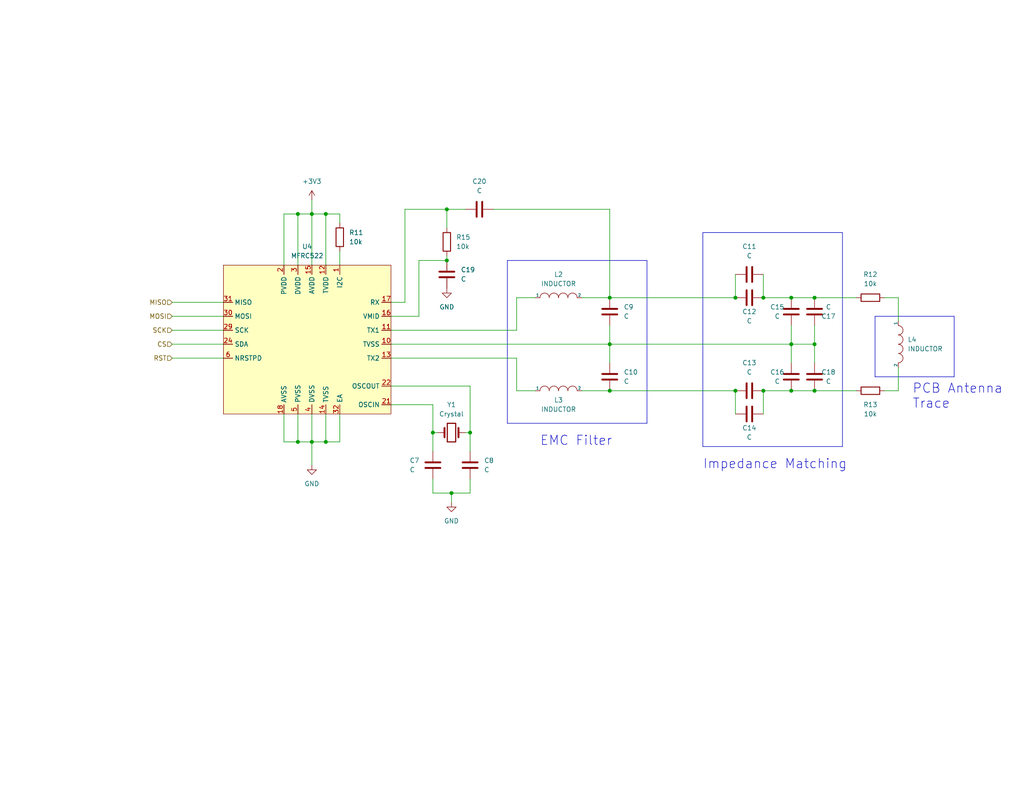
<source format=kicad_sch>
(kicad_sch (version 20220126) (generator eeschema)
  (paper "A")
  (lib_symbols
    (symbol "Device:C" (pin_numbers hide) (pin_names (offset 0.254))
      (property "Reference" "C" (at 0.635 2.54 0))
      (property "Value" "C" (at 0.635 -2.54 0))
      (symbol "C_0_1"
        (polyline (pts (xy -2.032 -0.762) (xy 2.032 -0.762)) (stroke (width 0.508)))
        (polyline (pts (xy -2.032 0.762) (xy 2.032 0.762)) (stroke (width 0.508)))
      )
      (symbol "C_1_1"
        (pin passive line (at 0 3.81 270) (length 2.794) (name "~") (number "1"))
        (pin passive line (at 0 -3.81 90) (length 2.794) (name "~") (number "2"))
      )
    )
    (symbol "Device:Crystal" (pin_numbers hide) (pin_names (offset 1.016) hide)
      (property "Reference" "Y" (at 0 3.81 0))
      (property "Value" "Crystal" (at 0 -3.81 0))
      (symbol "Crystal_0_1"
        (rectangle (start -1.143 2.54) (end 1.143 -2.54) (stroke (width 0.3048)))
        (polyline (pts (xy -2.54 0) (xy -1.905 0)))
        (polyline (pts (xy -1.905 -1.27) (xy -1.905 1.27)) (stroke (width 0.508)))
        (polyline (pts (xy 1.905 -1.27) (xy 1.905 1.27)) (stroke (width 0.508)))
        (polyline (pts (xy 2.54 0) (xy 1.905 0)))
      )
      (symbol "Crystal_1_1"
        (pin passive line (at -3.81 0 0) (length 1.27) (name "1") (number "1"))
        (pin passive line (at 3.81 0 180) (length 1.27) (name "2") (number "2"))
      )
    )
    (symbol "Device:R" (pin_numbers hide) (pin_names (offset 0))
      (property "Reference" "R" (at 2.032 0 90))
      (property "Value" "R" (at 0 0 90))
      (symbol "R_0_1"
        (rectangle (start -1.016 -2.54) (end 1.016 2.54) (stroke (width 0.254)))
      )
      (symbol "R_1_1"
        (pin passive line (at 0 3.81 270) (length 1.27) (name "~") (number "1"))
        (pin passive line (at 0 -3.81 90) (length 1.27) (name "~") (number "2"))
      )
    )
    (symbol "capstone:MFRC522"
      (property "Reference" "U" (at 0 0 0))
      (property "Value" "MFRC522" (at 0 2.54 0))
      (symbol "MFRC522_0_1"
        (rectangle (start -24.13 19.05) (end 21.59 -21.59) (stroke (width 0.1524)) (fill (type background)))
      )
      (symbol "MFRC522_1_1"
        (pin input line (at 7.62 19.05 270) (length 2.54) (name "I2C") (number "1"))
        (pin passive line (at 21.59 -2.54 180) (length 2.54) (name "TVSS") (number "10"))
        (pin passive line (at 21.59 1.27 180) (length 2.54) (name "TX1") (number "11"))
        (pin input line (at 3.81 19.05 270) (length 2.54) (name "TVDD") (number "12"))
        (pin passive line (at 21.59 -6.35 180) (length 2.54) (name "TX2") (number "13"))
        (pin input line (at 3.81 -21.59 90) (length 2.54) (name "TVSS") (number "14"))
        (pin input line (at 0 19.05 270) (length 2.54) (name "AVDD") (number "15"))
        (pin passive line (at 21.59 5.08 180) (length 2.54) (name "VMID") (number "16"))
        (pin passive line (at 21.59 8.89 180) (length 2.54) (name "RX") (number "17"))
        (pin input line (at -7.62 -21.59 90) (length 2.54) (name "AVSS") (number "18"))
        (pin input line (at -7.62 19.05 270) (length 2.54) (name "PVDD") (number "2"))
        (pin input line (at 21.59 -19.05 180) (length 2.54) (name "OSCIN") (number "21"))
        (pin input line (at 21.59 -13.97 180) (length 2.54) (name "OSCOUT") (number "22"))
        (pin input line (at -24.13 -2.54 0) (length 2.54) (name "SDA") (number "24"))
        (pin input line (at -24.13 1.27 0) (length 2.54) (name "SCK") (number "29"))
        (pin input line (at -3.81 19.05 270) (length 2.54) (name "DVDD") (number "3"))
        (pin input line (at -24.13 5.08 0) (length 2.54) (name "MOSI") (number "30"))
        (pin output line (at -24.13 8.89 0) (length 2.54) (name "MISO") (number "31"))
        (pin input line (at 7.62 -21.59 90) (length 2.54) (name "EA") (number "32"))
        (pin input line (at 0 -21.59 90) (length 2.54) (name "DVSS") (number "4"))
        (pin input line (at -3.81 -21.59 90) (length 2.54) (name "PVSS") (number "5"))
        (pin input line (at -24.13 -6.35 0) (length 2.54) (name "NRSTPD") (number "6"))
      )
    )
    (symbol "power:+3.3V" (power) (pin_names (offset 0))
      (property "Value" "+3.3V" (at 0 3.556 0))
      (symbol "+3.3V_0_1"
        (polyline (pts (xy -0.762 1.27) (xy 0 2.54)))
        (polyline (pts (xy 0 0) (xy 0 2.54)))
        (polyline (pts (xy 0 2.54) (xy 0.762 1.27)))
      )
      (symbol "+3.3V_1_1"
        (pin power_in line (at 0 0 90) (length 0) hide (name "+3V3") (number "1"))
      )
    )
    (symbol "power:GND" (power) (pin_names (offset 0))
      (property "Value" "GND" (at 0 -3.81 0))
      (symbol "GND_0_1"
        (polyline (pts (xy 0 0) (xy 0 -1.27) (xy 1.27 -1.27) (xy 0 -2.54) (xy -1.27 -1.27) (xy 0 -1.27)))
      )
      (symbol "GND_1_1"
        (pin power_in line (at 0 0 270) (length 0) hide (name "GND") (number "1"))
      )
    )
    (symbol "pspice:INDUCTOR" (pin_numbers hide) (pin_names (offset 0))
      (property "Reference" "L" (at 0 2.54 0))
      (property "Value" "INDUCTOR" (at 0 -1.27 0))
      (symbol "INDUCTOR_0_1"
        (arc (start -2.54 0) (mid -3.81 1.27) (end -5.08 0))
        (arc (start 0 0) (mid -1.27 1.27) (end -2.54 0))
        (arc (start 2.54 0) (mid 1.27 1.27) (end 0 0))
        (arc (start 5.08 0) (mid 3.81 1.27) (end 2.54 0))
      )
      (symbol "INDUCTOR_1_1"
        (pin input line (at -6.35 0 0) (length 1.27) (name "1") (number "1"))
        (pin input line (at 6.35 0 180) (length 1.27) (name "2") (number "2"))
      )
    )
  )
  (junction (at 200.66 81.28))
  (junction (at 222.25 106.68))
  (junction (at 85.09 120.65))
  (junction (at 81.28 58.42))
  (junction (at 215.9 93.98))
  (junction (at 118.11 118.11))
  (junction (at 88.9 120.65))
  (junction (at 215.9 81.28))
  (junction (at 88.9 58.42))
  (junction (at 128.27 118.11))
  (junction (at 208.28 81.28))
  (junction (at 166.37 81.28))
  (junction (at 166.37 106.68))
  (junction (at 121.92 71.12))
  (junction (at 123.19 134.62))
  (junction (at 222.25 81.28))
  (junction (at 166.37 93.98))
  (junction (at 215.9 106.68))
  (junction (at 208.28 106.68))
  (junction (at 200.66 106.68))
  (junction (at 81.28 120.65))
  (junction (at 222.25 93.98))
  (junction (at 85.09 58.42))
  (junction (at 121.92 57.15))
  (wire (pts (xy 118.11 130.81) (xy 118.11 134.62)))
  (wire (pts (xy 123.19 134.62) (xy 118.11 134.62)))
  (wire (pts (xy 128.27 130.81) (xy 128.27 134.62)))
  (wire (pts (xy 128.27 134.62) (xy 123.19 134.62)))
  (wire (pts (xy 81.28 58.42) (xy 85.09 58.42)))
  (wire (pts (xy 81.28 72.39) (xy 81.28 58.42)))
  (wire (pts (xy 215.9 81.28) (xy 222.25 81.28)))
  (wire (pts (xy 241.3 81.28) (xy 245.11 81.28)))
  (wire (pts (xy 245.11 87.63) (xy 245.11 81.28)))
  (wire (pts (xy 166.37 88.9) (xy 166.37 93.98)))
  (wire (pts (xy 77.47 113.03) (xy 77.47 120.65)))
  (wire (pts (xy 77.47 120.65) (xy 81.28 120.65)))
  (wire (pts (xy 81.28 120.65) (xy 85.09 120.65)))
  (wire (pts (xy 114.3 71.12) (xy 121.92 71.12)))
  (wire (pts (xy 134.62 57.15) (xy 166.37 57.15)))
  (wire (pts (xy 166.37 57.15) (xy 166.37 81.28)))
  (wire (pts (xy 158.75 106.68) (xy 166.37 106.68)))
  (wire (pts (xy 46.99 97.79) (xy 60.96 97.79)))
  (wire (pts (xy 215.9 93.98) (xy 215.9 99.06)))
  (wire (pts (xy 81.28 113.03) (xy 81.28 120.65)))
  (polyline (pts (xy 191.77 63.5) (xy 191.77 121.92)))
  (polyline (pts (xy 191.77 63.5) (xy 229.87 63.5)))
  (polyline (pts (xy 229.87 63.5) (xy 229.87 121.92)))
  (polyline (pts (xy 229.87 121.92) (xy 191.77 121.92)))
  (wire (pts (xy 106.68 110.49) (xy 118.11 110.49)))
  (wire (pts (xy 118.11 118.11) (xy 118.11 110.49)))
  (wire (pts (xy 123.19 134.62) (xy 123.19 137.16)))
  (wire (pts (xy 46.99 86.36) (xy 60.96 86.36)))
  (wire (pts (xy 121.92 69.85) (xy 121.92 71.12)))
  (wire (pts (xy 166.37 93.98) (xy 166.37 99.06)))
  (wire (pts (xy 88.9 113.03) (xy 88.9 120.65)))
  (wire (pts (xy 88.9 120.65) (xy 85.09 120.65)))
  (wire (pts (xy 106.68 82.55) (xy 110.49 82.55)))
  (wire (pts (xy 110.49 57.15) (xy 121.92 57.15)))
  (wire (pts (xy 110.49 82.55) (xy 110.49 57.15)))
  (wire (pts (xy 158.75 81.28) (xy 166.37 81.28)))
  (wire (pts (xy 46.99 82.55) (xy 60.96 82.55)))
  (wire (pts (xy 208.28 74.93) (xy 208.28 81.28)))
  (wire (pts (xy 46.99 90.17) (xy 60.96 90.17)))
  (wire (pts (xy 88.9 58.42) (xy 88.9 72.39)))
  (wire (pts (xy 85.09 113.03) (xy 85.09 120.65)))
  (wire (pts (xy 85.09 120.65) (xy 85.09 127)))
  (wire (pts (xy 92.71 68.58) (xy 92.71 72.39)))
  (wire (pts (xy 85.09 58.42) (xy 88.9 58.42)))
  (wire (pts (xy 88.9 58.42) (xy 92.71 58.42)))
  (wire (pts (xy 92.71 60.96) (xy 92.71 58.42)))
  (wire (pts (xy 166.37 106.68) (xy 200.66 106.68)))
  (wire (pts (xy 106.68 105.41) (xy 128.27 105.41)))
  (wire (pts (xy 128.27 118.11) (xy 128.27 105.41)))
  (wire (pts (xy 215.9 106.68) (xy 222.25 106.68)))
  (wire (pts (xy 200.66 106.68) (xy 200.66 113.03)))
  (wire (pts (xy 121.92 57.15) (xy 121.92 62.23)))
  (wire (pts (xy 106.68 93.98) (xy 166.37 93.98)))
  (wire (pts (xy 166.37 93.98) (xy 215.9 93.98)))
  (wire (pts (xy 215.9 93.98) (xy 222.25 93.98)))
  (wire (pts (xy 222.25 88.9) (xy 222.25 93.98)))
  (wire (pts (xy 208.28 106.68) (xy 215.9 106.68)))
  (wire (pts (xy 200.66 74.93) (xy 200.66 81.28)))
  (wire (pts (xy 121.92 57.15) (xy 127 57.15)))
  (polyline (pts (xy 138.43 71.12) (xy 138.43 115.57)))
  (polyline (pts (xy 138.43 71.12) (xy 176.53 71.12)))
  (polyline (pts (xy 176.53 71.12) (xy 176.53 115.57)))
  (polyline (pts (xy 176.53 115.57) (xy 138.43 115.57)))
  (wire (pts (xy 77.47 58.42) (xy 81.28 58.42)))
  (wire (pts (xy 77.47 72.39) (xy 77.47 58.42)))
  (wire (pts (xy 208.28 81.28) (xy 215.9 81.28)))
  (polyline (pts (xy 238.76 86.36) (xy 238.76 102.87)))
  (polyline (pts (xy 238.76 86.36) (xy 260.35 86.36)))
  (polyline (pts (xy 260.35 86.36) (xy 260.35 102.87)))
  (polyline (pts (xy 260.35 102.87) (xy 238.76 102.87)))
  (wire (pts (xy 127 118.11) (xy 128.27 118.11)))
  (wire (pts (xy 128.27 118.11) (xy 128.27 123.19)))
  (wire (pts (xy 222.25 81.28) (xy 233.68 81.28)))
  (wire (pts (xy 222.25 106.68) (xy 233.68 106.68)))
  (wire (pts (xy 106.68 97.79) (xy 140.97 97.79)))
  (wire (pts (xy 140.97 97.79) (xy 140.97 106.68)))
  (wire (pts (xy 140.97 106.68) (xy 146.05 106.68)))
  (wire (pts (xy 106.68 86.36) (xy 114.3 86.36)))
  (wire (pts (xy 114.3 86.36) (xy 114.3 71.12)))
  (wire (pts (xy 215.9 88.9) (xy 215.9 93.98)))
  (wire (pts (xy 118.11 118.11) (xy 119.38 118.11)))
  (wire (pts (xy 118.11 123.19) (xy 118.11 118.11)))
  (wire (pts (xy 85.09 54.61) (xy 85.09 58.42)))
  (wire (pts (xy 85.09 58.42) (xy 85.09 72.39)))
  (wire (pts (xy 241.3 106.68) (xy 245.11 106.68)))
  (wire (pts (xy 245.11 100.33) (xy 245.11 106.68)))
  (wire (pts (xy 166.37 81.28) (xy 200.66 81.28)))
  (wire (pts (xy 46.99 93.98) (xy 60.96 93.98)))
  (wire (pts (xy 106.68 90.17) (xy 140.97 90.17)))
  (wire (pts (xy 140.97 81.28) (xy 140.97 90.17)))
  (wire (pts (xy 146.05 81.28) (xy 140.97 81.28)))
  (wire (pts (xy 222.25 93.98) (xy 222.25 99.06)))
  (wire (pts (xy 208.28 106.68) (xy 208.28 113.03)))
  (wire (pts (xy 92.71 113.03) (xy 92.71 120.65)))
  (wire (pts (xy 92.71 120.65) (xy 88.9 120.65)))
  (text "Impedance Matching" (at 191.77 128.27 0) (effects (font (size 2.54 2.54)) (justify left bottom)))
  (text "EMC Filter" (at 147.32 121.92 0) (effects (font (size 2.54 2.54)) (justify left bottom)))
  (text "PCB Antenna\nTrace" (at 248.92 111.76 0) (effects (font (size 2.54 2.54)) (justify left bottom)))
  (hierarchical_label "SCK" (shape input) (at 46.99 90.17 180))
  (hierarchical_label "MISO" (shape input) (at 46.99 82.55 180))
  (hierarchical_label "CS" (shape input) (at 46.99 93.98 180))
  (hierarchical_label "RST" (shape input) (at 46.99 97.79 180))
  (hierarchical_label "MOSI" (shape input) (at 46.99 86.36 180))
  (symbol (lib_id "Device:C") (at 166.37 102.87 0) (unit 1)
    (property "Reference" "C10" (at 170.18 101.5999 0) (effects (justify left)))
    (property "Value" "C" (at 170.18 104.1399 0) (effects (justify left)))
    (property "Footprint" "Capacitor_SMD:C_0603_1608Metric_Pad1.08x0.95mm_HandSolder" (effects hide))
  )
  (symbol (lib_id "pspice:INDUCTOR") (at 245.11 93.98 270) (unit 1) (on_board no)
    (property "Reference" "L4" (at 247.65 92.7099 90) (effects (justify left)))
    (property "Value" "INDUCTOR" (at 247.65 95.2499 90) (effects (justify left)))
    (property "Footprint" "Inductor_SMD:L_0603_1608Metric_Pad1.05x0.95mm_HandSolder" (effects hide))
  )
  (symbol (lib_id "power:GND") (at 123.19 137.16 0) (unit 1)
    (property "Reference" "#PWR014" (effects hide))
    (property "Value" "GND" (at 123.19 142.24 0))
  )
  (symbol (lib_id "pspice:INDUCTOR") (at 152.4 81.28 0) (unit 1)
    (property "Reference" "L2" (at 152.4 74.93 0))
    (property "Value" "INDUCTOR" (at 152.4 77.47 0))
    (property "Footprint" "Inductor_SMD:L_0603_1608Metric_Pad1.05x0.95mm_HandSolder" (effects hide))
  )
  (symbol (lib_id "Device:Crystal") (at 123.19 118.11 180) (unit 1)
    (property "Reference" "Y1" (at 123.19 110.49 0))
    (property "Value" "Crystal" (at 123.19 113.03 0))
    (property "Footprint" "Capstone Footprint Lib:Crystal_SMD_3225-4Pin_3.2x2.5mm_HandSoldering" (effects hide))
    (property "Digi-Key part number" "1923-LFXTAL062461R" (effects hide))
    (property "Digi-Key URL" "https://www.digikey.com/en/products/detail/iqd-frequency-products/LFXTAL062461Reel/10240450" (effects hide))
    (property "datasheet URL" "https://www.iqdfrequencyproducts.com/products/pn/LFXTAL062461REEL.pdf" (effects hide))
  )
  (symbol (lib_id "Device:C") (at 130.81 57.15 270) (unit 1)
    (property "Reference" "C20" (at 130.81 49.53 90))
    (property "Value" "C" (at 130.81 52.07 90))
    (property "Footprint" "Capacitor_SMD:C_0603_1608Metric_Pad1.08x0.95mm_HandSolder" (effects hide))
  )
  (symbol (lib_id "Device:C") (at 118.11 127 0) (unit 1)
    (property "Reference" "C7" (at 111.76 125.7299 0) (effects (justify left)))
    (property "Value" "C" (at 111.76 128.2699 0) (effects (justify left)))
    (property "Footprint" "Capacitor_SMD:C_0603_1608Metric_Pad1.08x0.95mm_HandSolder" (effects hide))
  )
  (symbol (lib_id "Device:C") (at 215.9 85.09 180) (unit 1)
    (property "Reference" "C15" (at 212.09 83.82 0))
    (property "Value" "C" (at 212.09 86.36 0))
    (property "Footprint" "Capacitor_SMD:C_0603_1608Metric_Pad1.08x0.95mm_HandSolder" (effects hide))
  )
  (symbol (lib_id "Device:R") (at 237.49 106.68 270) (unit 1)
    (property "Reference" "R13" (at 237.49 110.49 90))
    (property "Value" "10k" (at 237.49 113.03 90))
    (property "Footprint" "Resistor_SMD:R_0603_1608Metric_Pad0.98x0.95mm_HandSolder" (effects hide))
  )
  (symbol (lib_id "Device:R") (at 121.92 66.04 180) (unit 1)
    (property "Reference" "R15" (at 124.46 64.7699 0) (effects (justify right)))
    (property "Value" "10k" (at 124.46 67.3099 0) (effects (justify right)))
    (property "Footprint" "Resistor_SMD:R_0603_1608Metric_Pad0.98x0.95mm_HandSolder" (effects hide))
  )
  (symbol (lib_id "Device:C") (at 128.27 127 0) (unit 1)
    (property "Reference" "C8" (at 132.08 125.7299 0) (effects (justify left)))
    (property "Value" "C" (at 132.08 128.2699 0) (effects (justify left)))
    (property "Footprint" "Capacitor_SMD:C_0603_1608Metric_Pad1.08x0.95mm_HandSolder" (effects hide))
  )
  (symbol (lib_id "Device:C") (at 204.47 113.03 270) (unit 1)
    (property "Reference" "C14" (at 204.47 116.84 90))
    (property "Value" "C" (at 204.47 119.38 90))
    (property "Footprint" "Capacitor_SMD:C_0603_1608Metric_Pad1.08x0.95mm_HandSolder" (effects hide))
  )
  (symbol (lib_id "Device:C") (at 222.25 102.87 180) (unit 1)
    (property "Reference" "C18" (at 226.06 101.6 0))
    (property "Value" "C" (at 226.06 104.14 0))
    (property "Footprint" "Capacitor_SMD:C_0603_1608Metric_Pad1.08x0.95mm_HandSolder" (effects hide))
  )
  (symbol (lib_id "Device:C") (at 121.92 74.93 0) (unit 1)
    (property "Reference" "C19" (at 125.73 73.6599 0) (effects (justify left)))
    (property "Value" "C" (at 125.73 76.1999 0) (effects (justify left)))
    (property "Footprint" "Capacitor_SMD:C_0603_1608Metric_Pad1.08x0.95mm_HandSolder" (effects hide))
  )
  (symbol (lib_id "capstone:MFRC522") (at 85.09 91.44 0) (unit 1)
    (property "Reference" "U4" (at 83.82 67.31 0))
    (property "Value" "MFRC522" (at 83.82 69.85 0))
    (property "Footprint" "MIFARE:QFN50P500X500X100-33N" (effects hide))
  )
  (symbol (lib_id "Device:C") (at 215.9 102.87 180) (unit 1)
    (property "Reference" "C16" (at 212.09 101.6 0))
    (property "Value" "C" (at 212.09 104.14 0))
    (property "Footprint" "Capacitor_SMD:C_0603_1608Metric_Pad1.08x0.95mm_HandSolder" (effects hide))
  )
  (symbol (lib_id "power:GND") (at 85.09 127 0) (unit 1)
    (property "Reference" "#PWR013" (effects hide))
    (property "Value" "GND" (at 85.09 132.08 0))
  )
  (symbol (lib_id "Device:R") (at 237.49 81.28 270) (unit 1)
    (property "Reference" "R12" (at 237.49 74.93 90))
    (property "Value" "10k" (at 237.49 77.47 90))
    (property "Footprint" "Resistor_SMD:R_0603_1608Metric_Pad0.98x0.95mm_HandSolder" (effects hide))
  )
  (symbol (lib_id "Device:C") (at 166.37 85.09 0) (unit 1)
    (property "Reference" "C9" (at 170.18 83.8199 0) (effects (justify left)))
    (property "Value" "C" (at 170.18 86.3599 0) (effects (justify left)))
    (property "Footprint" "Capacitor_SMD:C_0603_1608Metric_Pad1.08x0.95mm_HandSolder" (effects hide))
  )
  (symbol (lib_id "Device:C") (at 204.47 81.28 270) (unit 1)
    (property "Reference" "C12" (at 204.47 85.09 90))
    (property "Value" "C" (at 204.47 87.63 90))
    (property "Footprint" "Capacitor_SMD:C_0603_1608Metric_Pad1.08x0.95mm_HandSolder" (effects hide))
  )
  (symbol (lib_id "power:+3.3V") (at 85.09 54.61 0) (unit 1)
    (property "Reference" "#PWR012" (effects hide))
    (property "Value" "+3.3V" (at 85.09 49.53 0))
  )
  (symbol (lib_id "pspice:INDUCTOR") (at 152.4 106.68 0) (unit 1)
    (property "Reference" "L3" (at 152.4 109.22 0))
    (property "Value" "INDUCTOR" (at 152.4 111.76 0))
    (property "Footprint" "Inductor_SMD:L_0603_1608Metric_Pad1.05x0.95mm_HandSolder" (effects hide))
  )
  (symbol (lib_id "power:GND") (at 121.92 78.74 0) (unit 1)
    (property "Reference" "#PWR015" (effects hide))
    (property "Value" "GND" (at 121.92 83.82 0))
  )
  (symbol (lib_id "Device:C") (at 222.25 85.09 180) (unit 1)
    (property "Reference" "C17" (at 226.06 86.36 0))
    (property "Value" "C" (at 226.06 83.82 0))
    (property "Footprint" "Capacitor_SMD:C_0603_1608Metric_Pad1.08x0.95mm_HandSolder" (effects hide))
  )
  (symbol (lib_id "Device:R") (at 92.71 64.77 0) (unit 1)
    (property "Reference" "R11" (at 95.25 63.4999 0) (effects (justify left)))
    (property "Value" "10k" (at 95.25 66.0399 0) (effects (justify left)))
    (property "Footprint" "Resistor_SMD:R_0603_1608Metric_Pad0.98x0.95mm_HandSolder" (effects hide))
  )
  (symbol (lib_id "Device:C") (at 204.47 74.93 270) (unit 1)
    (property "Reference" "C11" (at 204.47 67.31 90))
    (property "Value" "C" (at 204.47 69.85 90))
    (property "Footprint" "Capacitor_SMD:C_0603_1608Metric_Pad1.08x0.95mm_HandSolder" (effects hide))
  )
  (symbol (lib_id "Device:C") (at 204.47 106.68 270) (unit 1)
    (property "Reference" "C13" (at 204.47 99.06 90))
    (property "Value" "C" (at 204.47 101.6 90))
    (property "Footprint" "Capacitor_SMD:C_0603_1608Metric_Pad1.08x0.95mm_HandSolder" (effects hide))
  )
)
</source>
